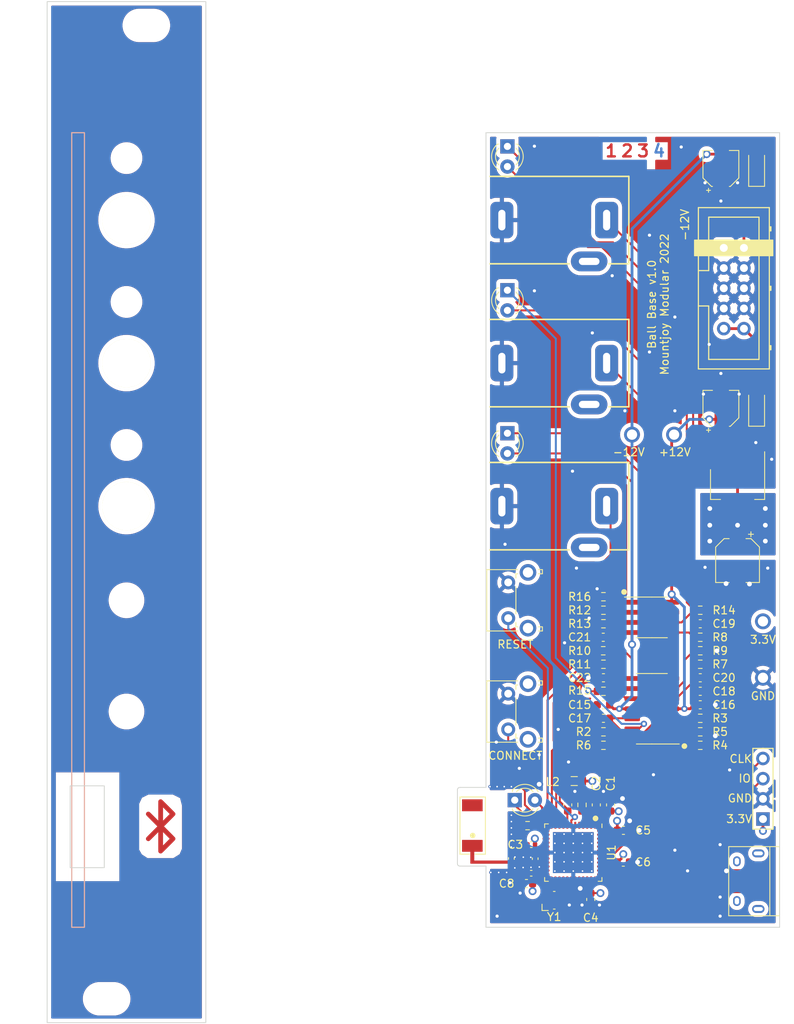
<source format=kicad_pcb>
(kicad_pcb (version 20211014) (generator pcbnew)
  (layers (0 "F.Cu" signal) (1 "In1.Cu" signal) (2 "In2.Cu" signal) (31 "B.Cu" signal) (34 "B.Paste" user) (35 "F.Paste" user) (36 "B.SilkS" user "B.Silkscreen") (37 "F.SilkS" user "F.Silkscreen") (38 "B.Mask" user) (39 "F.Mask" user) (44 "Edge.Cuts" user))
  (net 0 "")
  (net 1 "GND")
  (net 2 "Net-(C17-Pad2)")
  (net 3 "/X_Filtered")
  (net 4 "Net-(C18-Pad2)")
  (net 5 "+3.3VA")
  (net 6 "+3V3")
  (net 7 "Net-(AE1-Pad1)")
  (net 8 "Net-(C19-Pad2)")
  (net 9 "Net-(C20-Pad2)")
  (net 10 "/Y_Filtered")
  (net 11 "Net-(C21-Pad2)")
  (net 12 "/Z_Filtered")
  (net 13 "Net-(C22-Pad2)")
  (net 14 "Net-(D4-Pad2)")
  (net 15 "Net-(D4-Pad1)")
  (net 16 "-12V")
  (net 17 "+12V")
  (net 18 "/SWCLK")
  (net 19 "/SWIO")
  (net 22 "/USB_DP")
  (net 23 "/USB_DM")
  (net 28 "/X_PWM")
  (net 29 "Net-(D6-Pad2)")
  (net 30 "/BOOT0")
  (net 31 "/Y_PWM")
  (net 32 "/Z_PWM")
  (net 33 "Net-(R4-Pad1)")
  (net 34 "Net-(R8-Pad1)")
  (net 35 "/RESET")
  (net 40 "Net-(D3-Pad1)")
  (net 41 "Net-(R12-Pad1)")
  (net 48 "/RF_Output")
  (net 49 "Net-(U1-Pad24)")
  (net 50 "Net-(U1-Pad25)")
  (net 63 "VCC")
  (net 64 "VEE")
  (net 65 "Net-(D6-Pad1)")
  (net 67 "/LED_BLUE_OUT")
  (net 68 "Net-(D5-Pad1)")
  (net 69 "Net-(D5-Pad2)")
  (net 70 "/CONNECT")
  (footprint "Resistor_SMD:R_0603_1608Metric" (layer "F.Cu") (at 152.6 131.4 180)
    (fp_text reference "R5")
    (fp_text value "10k")
  )
  (footprint "Custom_Footprints:MountingHole_6.1mm" (layer "F.Cu") (at 80.3 85)
    (fp_text reference "Ref**" hide)
    (fp_text value "Thonkikonn_6.1mm")
  )
  (footprint "LED_THT:LED_D3.0mm_FlatTop" (layer "F.Cu") (at 128.3 75.825 -90)
    (fp_text reference "D5" hide)
    (fp_text value "LED_Y")
  )
  (footprint "Capacitor_SMD:C_0603_1608Metric" (layer "F.Cu") (at 130.7 150.5 180)
    (fp_text reference "C8")
    (fp_text value "100nF")
  )
  (footprint "Resistor_SMD:R_0603_1608Metric" (layer "F.Cu") (at 140.4 131.4)
    (fp_text reference "R2")
    (fp_text value "20k")
  )
  (footprint "LED_THT:LED_D3.0mm_FlatTop" (layer "F.Cu") (at 129.22375 140)
    (fp_text reference "D3" hide)
    (fp_text value "LED_BLUE")
  )
  (footprint "Crystal:Crystal_SMD_Abracon_ABM10-4Pin_2.5x2.0mm" (layer "F.Cu") (at 134.2 152.6 90)
    (fp_text reference "Y1")
    (fp_text value "32MHz")
  )
  (footprint "Capacitor_SMD:C_0603_1608Metric" (layer "F.Cu") (at 139.5 140.6 90)
    (fp_text reference "C2")
    (fp_text value "100nF")
  )
  (footprint "Capacitor_SMD:C_0603_1608Metric" (layer "F.Cu") (at 135.9 140.6 -90)
    (fp_text reference "C7" hide)
    (fp_text value "100nF")
  )
  (footprint "Custom_Footprints:1.3mm_Test_Point" (layer "F.Cu") (at 149.3 94)
    (fp_text reference "TP3" hide)
    (fp_text value "TestPoint")
  )
  (footprint "Capacitor_SMD:C_0603_1608Metric" (layer "F.Cu") (at 138.8 152.5 -90)
    (fp_text reference "C4")
    (fp_text value "100nF")
  )
  (footprint "LED_THT:LED_D3.0mm_FlatTop" (layer "F.Cu") (at 128.3 57.725 -90)
    (fp_text reference "D4" hide)
    (fp_text value "LED_X")
  )
  (footprint "Resistor_SMD:R_0603_1608Metric" (layer "F.Cu") (at 152.6 133.1 180)
    (fp_text reference "R4")
    (fp_text value "5k1")
  )
  (footprint "LED_THT:LED_D3.0mm_FlatTop" (layer "F.Cu") (at 128.3 93.825 -90)
    (fp_text reference "D6" hide)
    (fp_text value "LED_Z")
  )
  (footprint "Custom_Footprints:Oval_Mounting_Hole" (layer "F.Cu") (at 77.8 165)
    (fp_text reference "Ref**" hide)
    (fp_text value "Oval_Mounting_Hole" hide)
  )
  (footprint "Resistor_SMD:R_0603_1608Metric" (layer "F.Cu") (at 140.4 116.1)
    (fp_text reference "R12")
    (fp_text value "5k1")
  )
  (footprint "Custom_Footprints:1.3mm_Test_Point" (layer "F.Cu") (at 160.5 117.5 90)
    (fp_text reference "TP2" hide)
    (fp_text value "TestPoint")
  )
  (footprint "Custom_Footprints:SWD_header" (layer "F.Cu") (at 160.5 142.38 90)
    (fp_text reference "J2" hide)
    (fp_text value "SWD_Header")
  )
  (footprint "Custom_Footprints:LED_Hole_3mm" (layer "F.Cu") (at 80.3 95.3)
    (fp_text reference "Ref**" hide)
    (fp_text value "LED_Hole_3mm" hide)
  )
  (footprint "Diode_SMD:D_SOD-123" (layer "F.Cu") (at 159.7 90.6875 90)
    (fp_text reference "D1" hide)
    (fp_text value "1N5819")
  )
  (footprint "Custom_Footprints:USB_Micro-B_Amphenol" (layer "F.Cu") (at 158.565 150.2 90)
    (fp_text reference "J3" hide)
    (fp_text value "USB_B_Micro")
  )
  (footprint "Capacitor_SMD:CP_Elec_4x5.4" (layer "F.Cu") (at 155.2 60.5 90)
    (fp_text reference "C11" hide)
    (fp_text value "22uF")
  )
  (footprint "Custom_Footprints:bluetooth" (layer "F.Cu") (at 84.6 143.3)
    (fp_text reference "G***" hide)
    (fp_text value "LOGO" hide)
  )
  (footprint "Capacitor_SMD:C_0603_1608Metric" (layer "F.Cu") (at 142.9 147.8)
    (fp_text reference "C6")
    (fp_text value "100nF")
  )
  (footprint "Resistor_SMD:R_0603_1608Metric" (layer "F.Cu") (at 140.4 114.4)
    (fp_text reference "R16")
    (fp_text value "1k")
  )
  (footprint "Capacitor_SMD:C_0603_1608Metric" (layer "F.Cu") (at 141.3 140.6 90)
    (fp_text reference "C1")
    (fp_text value "4.7uF")
  )
  (footprint "Custom_Footprints:MountingHole_6.1mm" (layer "F.Cu") (at 80.3 103)
    (fp_text reference "Ref**" hide)
    (fp_text value "Thonkikonn_6.1mm")
  )
  (footprint "Capacitor_SMD:CP_Elec_5x5.8" (layer "F.Cu") (at 157.3 109.85 -90)
    (fp_text reference "C14" hide)
    (fp_text value "47uF")
  )
  (footprint "Capacitor_SMD:C_0402_1005Metric" (layer "F.Cu") (at 131.8 147.37 90)
    (fp_text reference "C12" hide)
    (fp_text value "0.8pF")
  )
  (footprint "Custom_Footprints:4_Layer_Markers" (layer "F.Cu") (at 144.4 58.3)
    (fp_text reference "FID1" hide)
    (fp_text value "4 Layer Marker")
  )
  (footprint "Custom_Footprints:Jack_3.5mm_QingPu_WQP-PJ302M_Horizontal" (layer "F.Cu") (at 125.6 85 -90)
    (fp_text reference "J5" hide)
    (fp_text value "Y_Out")
  )
  (footprint "Custom_Footprints:1.3mm_Test_Point" (layer "F.Cu") (at 160.5 124.6 90)
    (fp_text reference "TP1" hide)
    (fp_text value "TestPoint")
  )
  (footprint "Capacitor_SMD:C_0603_1608Metric" (layer "F.Cu") (at 140.375 119.5)
    (fp_text reference "C21")
    (fp_text value "22nF")
  )
  (footprint "Capacitor_SMD:C_0603_1608Metric" (layer "F.Cu") (at 142.91875 143.8)
    (fp_text reference "C5")
    (fp_text value "100nF")
  )
  (footprint "Resistor_SMD:R_0603_1608Metric" (layer "F.Cu") (at 130.83875 143.21)
    (fp_text reference "R17" hide)
    (fp_text value "1k")
  )
  (footprint "Custom_Footprints:LED_Hole_3mm" (layer "F.Cu") (at 80.3 59.2)
    (fp_text reference "Ref**" hide)
    (fp_text value "LED_Hole_3mm" hide)
  )
  (footprint "Resistor_SMD:R_0603_1608Metric" (layer "F.Cu") (at 140.4 133.1)
    (fp_text reference "R6")
    (fp_text value "20k")
  )
  (footprint "Custom_Footprints:Jack_3.5mm_QingPu_WQP-PJ302M_Horizontal" (layer "F.Cu") (at 125.6 103 -90)
    (fp_text reference "J6" hide)
    (fp_text value "Z_Out")
  )
  (footprint "Resistor_SMD:R_0603_1608Metric" (layer "F.Cu") (at 152.6 129.7 180)
    (fp_text reference "R3")
    (fp_text value "20k")
  )
  (footprint "Resistor_SMD:R_0603_1608Metric" (layer "F.Cu") (at 140.4 126.3 180)
    (fp_text reference "R15")
    (fp_text value "1k")
  )
  (footprint "Package_DFN_QFN:QFN-48-1EP_7x7mm_P0.5mm_EP5.15x5.15mm_ThermalVias" (layer "F.Cu") (at 136.6 146.6 -90)
    (fp_text reference "U1")
    (fp_text value "STM32WB35")
  )
  (footprint "Button_Switch_THT:SW_Tactile_SPST_Angled_PTS645Vx58-2LFS" (layer "F.Cu") (at 128.4 131.1 90)
    (fp_text reference "CONNECT1" hide)
    (fp_text value "SW_Push")
  )
  (footprint "Diode_SMD:D_SOD-123" (layer "F.Cu") (at 159.7 60.5 90)
    (fp_text reference "D2" hide)
    (fp_text value "1N5819")
  )
  (footprint "Resistor_SMD:R_0603_1608Metric" (layer "F.Cu") (at 152.6 116.1 180)
    (fp_text reference "R14")
    (fp_text value "1k")
  )
  (footprint "Custom_Footprints:Small_Pushbutton_Hole_3.5mm" (layer "F.Cu") (at 80.3 128.85)
    (fp_text reference "Ref**" hide)
    (fp_text value "Push_Button_Hole" hide)
  )
  (footprint "Capacitor_SMD:C_0603_1608Metric" (layer "F.Cu") (at 152.6 117.8)
    (fp_text reference "C19")
    (fp_text value "22nF")
  )
  (footprint "Custom_Footprints:Small_Pushbutton_Hole_3.5mm" (layer "F.Cu") (at 80.3 114.85)
    (fp_text reference "Ref**" hide)
    (fp_text value "Push_Button_Hole" hide)
  )
  (footprint "Package_TO_SOT_SMD:SOT-223-3_TabPin2" (layer "F.Cu") (at 157.3 100.25 -90)
    (fp_text reference "U2" hide)
    (fp_text value "LD1117-3.3-4Tab")
  )
  (footprint "Resistor_SMD:R_0603_1608Metric" (layer "F.Cu") (at 140.375 121.2)
    (fp_text reference "R10")
    (fp_text value "20k")
  )
  (footprint "Capacitor_SMD:C_0603_1608Metric" (layer "F.Cu") (at 140.4 124.6)
    (fp_text reference "C22")
    (fp_text value "33nF")
  )
  (footprint "Resistor_SMD:R_0603_1608Metric" (layer "F.Cu") (at 137.7 140.6 -90)
    (fp_text reference "R1" hide)
    (fp_text value "100k")
  )
  (footprint "Capacitor_SMD:C_0603_1608Metric" (layer "F.Cu") (at 152.6 124.6 180)
    (fp_text reference "C20")
    (fp_text value "33nF")
  )
  (footprint "Resistor_SMD:R_0603_1608Metric" (layer "F.Cu") (at 152.6 121.2 180)
    (fp_text reference "R9")
    (fp_text value "10k")
  )
  (footprint "Custom_Footprints:Eurorack_10_pin_header" (layer "F.Cu") (at 155.5625 70.5 -90)
    (fp_text reference "J1" hide)
    (fp_text value "Eurorack_10_pin_power")
  )
  (footprint "Inductor_SMD:L_0402_1005Metric" (layer "F.Cu") (at 130.3 147.85 180)
    (fp_text reference "L1" hide)
    (fp_text value "2.7nH")
  )
  (footprint "Capacitor_SMD:C_0402_1005Metric" (layer "F.Cu") (at 131.3 149.2 180)
    (fp_text reference "C9" hide)
    (fp_text value "100pF")
  )
  (footprint "Package_SO:SOIC-8_3.9x4.9mm_P1.27mm" (layer "F.Cu") (at 146.5 117)
    (fp_text reference "U4" hide)
    (fp_text value "TL072")
  )
  (footprint "Resistor_SMD:R_0603_1608Metric" (layer "F.Cu") (at 140.4 122.9)
    (fp_text reference "R11")
    (fp_text value "20k")
  )
  (footprint "Custom_Footprints:Oval_Mounting_Hole" (layer "F.Cu") (at 82.8 42.5)
    (fp_text reference "Ref**" hide)
    (fp_text value "Oval_Mounting_Hole" hide)
  )
  (footprint "Capacitor_SMD:CP_Elec_4x5.4" (layer "F.Cu") (at 155.2 90.6875 90)
    (fp_text reference "C10" hide)
    (fp_text value "22uF")
  )
  (footprint "Button_Switch_THT:SW_Tactile_SPST_Angled_PTS645Vx58-2LFS" (layer "F.Cu") (at 128.4 117.1 90)
    (fp_text reference "RESET1" hide)
    (fp_text value "SW_Push")
  )
  (footprint "Custom_Footprints:1.3mm_Test_Point" (layer "F.Cu") (at 144 94)
    (fp_text reference "TP4" hide)
    (fp_text value "TestPoint")
  )
  (footprint "Capacitor_SMD:C_0603_1608Metric" (layer "F.Cu") (at 140.4 129.7 180)
    (fp_text reference "C17")
    (fp_text value "22nF")
  )
  (footprint "Capacitor_SMD:C_0603_1608Metric" (layer "F.Cu") (at 140.4 128)
    (fp_text reference "C15")
    (fp_text value "100nF")
  )
  (footprint "Inductor_SMD:L_0805_2012Metric" (layer "F.Cu") (at 136.71875 137.6)
    (fp_text reference "L2")
    (fp_text value "L")
  )
  (footprint "Resistor_SMD:R_0603_1608Metric" (layer "F.Cu") (at 152.6 119.5 180)
    (fp_text reference "R8")
    (fp_text value "5k1")
  )
  (footprint "Capacitor_SMD:C_0402_1005Metric" (layer "F.Cu") (at 131.3 145.6 180)
    (fp_text reference "C3")
    (fp_text value "100nF")
  )
  (footprint "Capacitor_SMD:C_0402_1005Metric" (layer "F.Cu") (at 128.8 147.34 90)
    (fp_text reference "C13" hide)
    (fp_text value "0.3pF")
  )
  (footprint "Custom_Footprints:MountingHole_6.1mm" (layer "F.Cu") (at 80.3 67)
    (fp_text reference "Ref**" hide)
    (fp_text value "Thonkikonn_6.1mm")
  )
  (footprint "Capacitor_SMD:C_0603_1608Metric" (layer "F.Cu") (at 152.6 128 180)
    (fp_text reference "C16")
    (fp_text value "100nF")
  )
  (footprint "Custom_Footprints:LED_Hole_3mm" (layer "F.Cu") (at 80.3 77.3)
    (fp_text reference "Ref**" hide)
    (fp_text value "LED_Hole_3mm" hide)
  )
  (footprint "Resistor_SMD:R_0603_1608Metric" (layer "F.Cu") (at 140.4 117.8)
    (fp_text reference "R13")
    (fp_text value "10k")
  )
  (footprint "Package_SO:SOIC-14_3.9x8.7mm_P1.27mm" (layer "F.Cu") (at 146.5 128.5 180)
    (fp_text reference "U3" hide)
    (fp_text value "TL074")
  )
  (footprint "Custom_Footprints:Jack_3.5mm_QingPu_WQP-PJ302M_Horizontal" (layer "F.Cu") (at 125.6 67 -90)
    (fp_text reference "J4" hide)
    (fp_text value "X_Out")
  )
  (footprint "Custom_Footprints:NN01_102" (layer "F.Cu") (at 128.425 147.8 90)
    (fp_text reference "AE1" hide)
    (fp_text value "Antenna_Shield")
  )
  (footprint "Resistor_SMD:R_0603_1608Metric" (layer "F.Cu") (at 152.6 122.9 180)
    (fp_text reference "R7")
    (fp_text value "20k")
  )
  (footprint "Capacitor_SMD:C_0603_1608Metric" (layer "F.Cu") (at 152.6 126.3 180)
    (fp_text reference "C18")
    (fp_text value "33nF")
  )
  (gr_rect (start 75 56) (end 73.4 156) (layer "B.SilkS") (width 0.15) (fill none))
  (gr_circle (center 139.4 142.3) (end 139.682843 142.3) (layer "F.SilkS") (width 0.15) (fill solid))
  (gr_circle (center 143 113.8) (end 143.282843 113.8) (layer "F.SilkS") (width 0.15) (fill solid))
  (gr_circle (center 150.6 133.2) (end 150.882843 133.2) (layer "F.SilkS") (width 0.15) (fill solid))
  (gr_rect (start 70.3 39.5) (end 90.3 168) (layer "Edge.Cuts") (width 0.1) (fill none))
  (gr_line (start 162.6 56) (end 162.6 156) (layer "Edge.Cuts") (width 0.1))
  (gr_line (start 125.6 156) (end 162.6 156) (layer "Edge.Cuts") (width 0.1))
  (gr_line (start 122.3 148.3) (end 125.6 148.3) (layer "Edge.Cuts") (width 0.1))
  (gr_line (start 125.6 56) (end 162.6 56) (layer "Edge.Cuts") (width 0.1))
  (gr_line (start 125.6 56) (end 125.6 138.4) (layer "Edge.Cuts") (width 0.1))
  (gr_line (start 125.6 138.4) (end 122.3 138.4) (layer "Edge.Cuts") (width 0.1))
  (gr_line (start 122 138.7) (end 122 148) (layer "Edge.Cuts") (width 0.1))
  (gr_line (start 125.6 156) (end 125.6 148.3) (layer "Edge.Cuts") (width 0.1))
  (gr_arc (start 122.3 148.3) (mid 122.087868 148.212132) (end 122 148) (layer "Edge.Cuts") (width 0.1))
  (gr_arc (start 122 138.7) (mid 122.087868 138.487868) (end 122.3 138.4) (layer "Edge.Cuts") (width 0.1))
  (gr_rect (start 73.2 148.5) (end 77.5 138.2) (layer "Edge.Cuts") (width 0.1) (fill none))
  (gr_text "3.3V" (at 160.5 119.8) (layer "F.SilkS") (effects (font (size 1 1))))
  (gr_text "Ball Base v1.0\nMountjoy Modular 2022" (at 147.3 77.6 90) (layer "F.SilkS") (effects (font (size 1 1))))
  (gr_text "GND" (at 160.5 126.9) (layer "F.SilkS") (effects (font (size 1 1))))
  (gr_text "+12V" (at 149.4 96.2) (layer "F.SilkS") (effects (font (size 1 1))))
  (gr_text "-12V" (at 143.6 96.2) (layer "F.SilkS") (effects (font (size 1 1))))
  (gr_text "RESET" (at 129.3 120.4) (layer "F.SilkS") (effects (font (size 1 1))))
  (gr_text "CONNECT" (at 129.3 134.4) (layer "F.SilkS") (effects (font (size 1 1))))
  (segment (start 133.59375 151.975) (end 134.84375 153.225) (width 0.25) (layer "F.Cu") (net 1))
  (segment (start 136.8 138.925) (end 135.9 139.825) (width 0.35) (layer "F.Cu") (net 1))
  (segment (start 138.7 117.1) (end 138.6 117.1) (width 0.35) (layer "F.Cu") (net 1))
  (segment (start 141.225 126.2) (end 139.625 124.6) (width 0.35) (layer "F.Cu") (net 1))
  (segment (start 132.379674 148.35) (end 132.319174 148.4105) (width 0.2) (layer "F.Cu") (net 1))
  (segment (start 134.84375 153.225) (end 135.025 153.225) (width 0.35) (layer "F.Cu") (net 1))
  (segment (start 137.35 150.984924) (end 137.470517 151.105441) (width 0.35) (layer "F.Cu") (net 1))
  (segment (start 136.8 138.9) (end 136.8 138.925) (width 0.35) (layer "F.Cu") (net 1))
  (segment (start 154 131.4) (end 154.5 131.9) (width 0.35) (layer "F.Cu") (net 1))
  (segment (start 158.75 112.75) (end 155.85 112.75) (width 0.35) (layer "F.Cu") (net 1))
  (segment (start 136.8 138.9) (end 136.825 138.9) (width 0.35) (layer "F.Cu") (net 1))
  (segment (start 158.8 112.8) (end 158.75 112.75) (width 0.35) (layer "F.Cu") (net 1))
  (segment (start 133.375 151.975) (end 133.59375 151.975) (width 0.35) (layer "F.Cu") (net 1))
  (segment (start 157.215 148.9) (end 155.9 148.9) (width 0.35) (layer "F.Cu") (net 1))
  (segment (start 139.4 117.8) (end 138.7 117.1) (width 0.35) (layer "F.Cu") (net 1))
  (segment (start 136.825 138.9) (end 137.7 139.775) (width 0.35) (layer "F.Cu") (net 1))
  (segment (start 140.4 138.925) (end 141.3 139.825) (width 0.35) (layer "F.Cu") (net 1))
  (segment (start 143.675 147.8) (end 144.7 147.8) (width 0.35) (layer "F.Cu") (net 1))
  (segment (start 141.225 126.3) (end 141.225 126.2) (width 0.35) (layer "F.Cu") (net 1))
  (segment (start 137.35 150.0375) (end 137.35 150.984924) (width 0.25) (layer "F.Cu") (net 1))
  (segment (start 140.4 138.9) (end 140.4 138.925) (width 0.35) (layer "F.Cu") (net 1))
  (segment (start 153.425 131.4) (end 154 131.4) (width 0.35) (layer "F.Cu") (net 1))
  (segment (start 140.4 138.925) (end 139.5 139.825) (width 0.35) (layer "F.Cu") (net 1))
  (segment (start 139.625 124.6) (end 138.5 124.6) (width 0.35) (layer "F.Cu") (net 1))
  (segment (start 133.1625 148.35) (end 132.379674 148.35) (width 0.2) (layer "F.Cu") (net 1))
  (segment (start 139.575 117.8) (end 139.4 117.8) (width 0.35) (layer "F.Cu") (net 1))
  (via (at 149.4 146.3) (size 0.8) (drill 0.4) (layers "F.Cu" "B.Cu") (net 1))
  (via (at 155.1 145.6) (size 0.8) (drill 0.4) (layers "F.Cu" "B.Cu") (net 1))
  (via (at 136 135.2) (size 0.8) (drill 0.4) (layers "F.Cu" "B.Cu") (net 1))
  (via (at 153 88.9) (size 0.8) (drill 0.4) (layers "F.Cu" "B.Cu") (net 1))
  (via (at 143.7 142.6) (size 1) (drill 0.6) (layers "F.Cu" "B.Cu") (net 1))
  (via (at 154.7 121.2) (size 1) (drill 0.6) (layers "F.Cu" "B.Cu") (net 1))
  (via (at 134.7 131.1) (size 0.8) (drill 0.4) (layers "F.Cu" "B.Cu") (net 1))
  (via (at 127.2 149.1) (size 0.4) (drill 0.2) (layers "F.Cu" "B.Cu") (net 1))
  (via (at 159.6 95) (size 0.8) (drill 0.4) (layers "F.Cu" "B.Cu") (net 1))
  (via (at 132.319174 148.4105) (size 0.4) (drill 0.2) (layers "F.Cu" "B.Cu") (net 1))
  (via (at 128.8 145.1) (size 0.4) (drill 0.2) (layers "F.Cu" "B.Cu") (net 1))
  (via (at 129.8 136) (size 0.8) (drill 0.4) (layers "F.Cu" "B.Cu") (net 1))
  (via (at 139.9 153.2) (size 0.8) (drill 0.4) (layers "F.Cu" "B.Cu") (net 1))
  (via (at 146.2 83.6) (size 0.8) (drill 0.4) (layers "F.Cu" "B.Cu") (net 1))
  (via (at 128.8 145.9) (size 0.4) (drill 0.2) (layers "F.Cu" "B.Cu") (net 1))
  (via (at 149.4 79.2) (size 0.8) (drill 0.4) (layers "F.Cu" "B.Cu") (net 1))
  (via (at 146.7 136.8) (size 0.8) (drill 0.4) (layers "F.Cu" "B.Cu") (net 1))
  (via (at 155.85 112.75) (size 1) (drill 0.6) (layers "F.Cu" "B.Cu") (net 1))
  (via (at 136.8 138.9) (size 0.8) (drill 0.4) (layers "F.Cu" "B.Cu") (net 1))
  (via (at 156.3 136.2) (size 0.8) (drill 0.4) (layers "F.Cu" "B.Cu") (net 1))
  (via (at 128.8 138.3) (size 0.4) (drill 0.2) (layers "F.Cu" "B.Cu") (net 1))
  (via (at 158.8 112.8) (size 1) (drill 0.6) (layers "F.Cu" "B.Cu") (net 1))
  (via (at 136.1 153.2) (size 0.8) (drill 0.4) (layers "F.Cu" "B.Cu") (net 1))
  (via (at 154.5 131.9) (size 1) (drill 0.6) (layers "F.Cu" "B.Cu") (net 1))
  (via (at 136.5 98.6) (size 0.8) (drill 0.4) (layers "F.Cu" "B.Cu") (net 1))
  (via (at 130.3 147.18) (size 0.4) (drill 0.2) (layers "F.Cu" "B.Cu") (net 1))
  (via (at 161.1 110.8) (size 0.8) (drill 0.4) (layers "F.Cu" "B.Cu") (net 1))
  (via (at 132.3 138) (size 1) (drill 0.6) (layers "F.Cu" "B.Cu") (net 1))
  (via (at 154.5 128) (size 1) (drill 0.6) (layers "F.Cu" "B.Cu") (net 1))
  (via (at 128.8 143.5) (size 0.4) (drill 0.2) (layers "F.Cu" "B.Cu") (net 1))
  (via (at 151 148.9) (size 0.8) (drill 0.4) (layers "F.Cu" "B.Cu") (net 1))
  (via (at 132.3 134.3) (size 0.8) (drill 0.4) (layers "F.Cu" "B.Cu") (net 1))
  (via (at 130.28 148.48) (size 0.4) (drill 0.2) (layers "F.Cu" "B.Cu") (net 1))
  (via (at 141.5 74) (size 0.8) (drill 0.4) (layers "F.Cu" "B.Cu") (net 1))
  (via (at 149.4 91) (size 0.8) (drill 0.4) (layers "F.Cu" "B.Cu") (net 1))
  (via (at 142.8 139.8) (size 1) (drill 0.6) (layers "F.Cu" "B.Cu") (net 1))
  (via (at 138.6 117.1) (size 0.8) (drill 0.4) (layers "F.Cu" "B.Cu") (net 1))
  (via (at 155.1 152.2) (size 0.8) (drill 0.4) (layers "F.Cu" "B.Cu") (net 1))
  (via (at 143.1 91) (size 0.8) (drill 0.4) (layers "F.Cu" "B.Cu") (net 1))
  (via (at 144.9 143.8) (size 1) (drill 0.6) (layers "F.Cu" "B.Cu") (net 1))
  (via (at 131.7 75.9) (size 0.8) (drill 0.4) (layers "F.Cu" "B.Cu") (net 1))
  (via (at 126.1 138.3) (size 0.4) (drill 0.2) (layers "F.Cu" "B.Cu") (net 1))
  (via (at 131.24 147.2) (size 0.4) (drill 0.2) (layers "F.Cu" "B.Cu") (net 1))
  (via (at 126.2 149.1) (size 0.4) (drill 0.2) (layers "F.Cu" "B.Cu") (net 1))
  (via (at 137.7 153.2) (size 0.8) (drill 0.4) (layers "F.Cu" "B.Cu") (net 1))
  (via (at 144.7 147.8) (size 1) (drill 0.6) (layers "F.Cu" "B.Cu") (net 1))
  (via (at 128.8 142.7) (size 0.4) (drill 0.2) (layers "F.Cu" "B.Cu") (net 1))
  (via (at 127.9 138.3) (size 0.4) (drill 0.2) (layers "F.Cu" "B.Cu") (net 1))
  (via (at 153.2 110.7) (size 0.8) (drill 0.4) (layers "F.Cu" "B.Cu") (net 1))
  (via (at 157.5 88.9) (size 0.8) (drill 0.4) (layers "F.Cu" "B.Cu") (net 1))
  (via (at 131.7 57.7) (size 0.8) (drill 0.4) (layers "F.Cu" "B.Cu") (net 1))
  (via (at 139.6 113.4) (size 0.8) (drill 0.4) (layers "F.Cu" "B.Cu") (net 1))
  (via (at 161.6 97.1) (size 0.8) (drill 0.4) (layers "F.Cu" "B.Cu") (net 1))
  (via (at 127 138.3) (size 0.4) (drill 0.2) (layers "F.Cu" "B.Cu") (net 1))
  (via (at 131.27 148.46) (size 0.4) (drill 0.2) (layers "F.Cu" "B.Cu") (net 1))
  (via (at 157.3 62.3) (size 0.8) (drill 0.4) (layers "F.Cu" "B.Cu") (net 1))
  (via (at 155.2 86.3) (size 0.8) (drill 0.4) (layers "F.Cu" "B.Cu") (net 1))
  (via (at 128.2 149.1) (size 0.4) (drill 0.2) (layers "F.Cu" "B.Cu") (net 1))
  (via (at 137.470517 151.105441) (size 1) (drill 0.6) (layers "F.Cu" "B.Cu") (net 1))
  (via (at 140.4 138.9) (size 0.8) (drill 0.4) (layers "F.Cu" "B.Cu") (net 1))
  (via (at 135.5 120.2) (size 0.8) (drill 0.4) (layers "F.Cu" "B.Cu") (net 1))
  (via (at 129.23 148.53) (size 0.4) (drill 0.2) (layers "F.Cu" "B.Cu") (net 1))
  (via (at 155.2 64.6) (size 0.8) (drill 0.4) (layers "F.Cu" "B.Cu") (net 1))
  (via (at 127 154.6) (size 0.8) (drill 0.4) (layers "F.Cu" "B.Cu") (net 1))
  (via (at 146.2 68.9) (size 0.8) (drill 0.4) (layers "F.Cu" "B.Cu") (net 1))
  (via (at 139 81.2) (size 0.8) (drill 0.4) (layers "F.Cu" "B.Cu") (net 1))
  (via (at 138.5 124.6) (size 1) (drill 0.6) (layers "F.Cu" "B.Cu") (net 1))
  (via (at 128 107.8) (size 0.8) (drill 0.4) (layers "F.Cu" "B.Cu") (net 1))
  (via (at 155.9 148.9) (size 1) (drill 0.6) (layers "F.Cu" "B.Cu") (net 1))
  (via (at 126.9 132.7) (size 0.8) (drill 0.4) (layers "F.Cu" "B.Cu") (net 1))
  (via (at 129.9 151.7) (size 0.8) (drill 0.4) (layers "F.Cu" "B.Cu") (net 1))
  (via (at 153.7245 82.643152) (size 0.8) (drill 0.4) (layers "F.Cu" "B.Cu") (net 1))
  (via (at 150.2 57.8) (size 0.8) (drill 0.4) (layers "F.Cu" "B.Cu") (net 1))
  (via (at 129.25 147.16) (size 0.4) (drill 0.2) (layers "F.Cu" "B.Cu") (net 1))
  (via (at 153.2 62.3) (size 0.8) (drill 0.4) (layers "F.Cu" "B.Cu") (net 1))
  (via (at 155.1 154.6) (size 0.8) (drill 0.4) (layers "F.Cu" "B.Cu") (net 1))
  (via (at 137 110.8) (size 0.8) (drill 0.4) (layers "F.Cu" "B.Cu") (net 1))
  (via (at 128.8 141.9) (size 0.4) (drill 0.2) (layers "F.Cu" "B.Cu") (net 1))
  (via (at 128.6 150.4) (size 0.8) (drill 0.4) (layers "F.Cu" "B.Cu") (net 1))
  (via (at 128.8 144.3) (size 0.4) (drill 0.2) (layers "F.Cu" "B.Cu") (net 1))
  (segment (start 141.225 131.4) (end 141.225 131.3) (width 0.25) (layer "F.Cu") (net 2))
  (segment (start 142.1 133.3) (end 142.1 132.275) (width 0.25) (layer "F.Cu") (net 2))
  (segment (start 155.324501 130.924501) (end 155.324501 133.375499) (width 0.25) (layer "F.Cu") (net 2))
  (segment (start 143.4 134.6) (end 142.1 133.3) (width 0.25) (layer "F.Cu") (net 2))
  (segment (start 154.1 134.6) (end 143.4 134.6) (width 0.25) (layer "F.Cu") (net 2))
  (segment (start 153.425 129.7) (end 154.1 129.7) (width 0.25) (layer "F.Cu") (net 2))
  (segment (start 141.225 131.3) (end 139.625 129.7) (width 0.25) (layer "F.Cu") (net 2))
  (segment (start 154.1 129.7) (end 155.324501 130.924501) (width 0.25) (layer "F.Cu") (net 2))
  (segment (start 142.1 132.275) (end 141.225 131.4) (width 0.25) (layer "F.Cu") (net 2))
  (segment (start 155.324501 133.375499) (end 154.1 134.6) (width 0.25) (layer "F.Cu") (net 2))
  (segment (start 151.7 77.9) (end 140.8 67) (width 0.25) (layer "F.Cu") (net 3))
  (segment (start 152.6 117.025) (end 152.6 115.5) (width 0.25) (layer "F.Cu") (net 3))
  (segment (start 148.975 124.69) (end 148.975 118.905) (width 0.25) (layer "F.Cu") (net 3))
  (segment (start 151.825 117.8) (end 152.6 117.025) (width 0.25) (layer "F.Cu") (net 3))
  (segment (start 148.975 118.905) (end 151.18 118.905) (width 0.25) (layer "F.Cu") (net 3))
  (segment (start 151.18 118.905) (end 151.775 119.5) (width 0.25) (layer "F.Cu") (net 3))
  (segment (start 151.775 119.5) (end 151.775 117.85) (width 0.25) (layer "F.Cu") (net 3))
  (segment (start 151.7 114.6) (end 151.7 77.9) (width 0.25) (layer "F.Cu") (net 3))
  (segment (start 152.6 115.5) (end 151.7 114.6) (width 0.25) (layer "F.Cu") (net 3))
  (segment (start 151.775 117.85) (end 151.825 117.8) (width 0.25) (layer "F.Cu") (net 3))
  (segment (start 152.60048 128.87452) (end 152.60048 127.07452) (width 0.25) (layer "F.Cu") (net 4))
  (segment (start 151.775 129.7) (end 151.705 129.77) (width 0.25) (layer "F.Cu") (net 4))
  (segment (start 151.705 129.77) (end 148.975 129.77) (width 0.25) (layer "F.Cu") (net 4))
  (segment (start 151.775 129.7) (end 152.60048 128.87452) (width 0.25) (layer "F.Cu") (net 4))
  (segment (start 152.60048 127.07452) (end 152.59952 127.07452) (width 0.25) (layer "F.Cu") (net 4))
  (segment (start 152.59952 127.07452) (end 151.825 126.3) (width 0.25) (layer "F.Cu") (net 4))
  (segment (start 135.85 141.425) (end 135.9 141.375) (width 0.25) (layer "F.Cu") (net 5))
  (segment (start 135.85 143.1625) (end 135.85 141.425) (width 0.25) (layer "F.Cu") (net 5))
  (segment (start 134.9 138.35625) (end 135.65625 137.6) (width 0.25) (layer "F.Cu") (net 5))
  (segment (start 135.9 141.164296) (end 134.9 140.164296) (width 0.25) (layer "F.Cu") (net 5))
  (segment (start 134.9 140.164296) (end 134.9 138.35625) (width 0.25) (layer "F.Cu") (net 5))
  (segment (start 135.9 141.375) (end 135.9 141.164296) (width 0.25) (layer "F.Cu") (net 5))
  (segment (start 140.01875 151.7) (end 138.825 151.7) (width 0.25) (layer "F.Cu") (net 6))
  (segment (start 133.1625 148.85) (end 132.713027 148.85) (width 0.2) (layer "F.Cu") (net 6))
  (segment (start 132.713027 148.85) (end 132.363027 149.2) (width 0.2) (layer "F.Cu") (net 6))
  (segment (start 160.5 142.38) (end 160.5 143.87) (width 0.35) (layer "F.Cu") (net 6))
  (segment (start 139.35 143.1625) (end 139.35 141.525) (width 0.25) (layer "F.Cu") (net 6))
  (segment (start 136.646016 151.446962) (end 137.191428 151.992374) (width 0.25) (layer "F.Cu") (net 6))
  (segment (start 138.85 150.0375) (end 138.85 151.675) (width 0.25) (layer "F.Cu") (net 6))
  (segment (start 142.9 147.1) (end 142.9 146.8) (width 0.35) (layer "F.Cu") (net 6))
  (segment (start 131.475 149.505) (end 131.78 149.2) (width 0.35) (layer "F.Cu") (net 6))
  (segment (start 132.42548 147.062453) (end 132.42548 146.34548) (width 0.2) (layer "F.Cu") (net 6))
  (segment (start 137.191428 151.992374) (end 138.532626 151.992374) (width 0.25) (layer "F.Cu") (net 6))
  (segment (start 132.42548 146.34548) (end 131.88 145.8) (width 0.2) (layer "F.Cu") (net 6))
  (segment (start 140.0375 147.85) (end 142.15 147.85) (width 0.25) (layer "F.Cu") (net 6))
  (segment (start 142.29375 141.375) (end 142.31875 141.4) (width 0.35) (layer "F.Cu") (net 6))
  (segment (start 140.0375 143.85) (end 142.09375 143.85) (width 0.25) (layer "F.Cu") (net 6))
  (segment (start 136.85 150.0375) (end 136.85 150.559936) (width 0.25) (layer "F.Cu") (net 6))
  (segment (start 142.15 147.85) (end 142.2 147.8) (width 0.25) (layer "F.Cu") (net 6))
  (segment (start 157.3 104.3) (end 157.3 98) (width 0.35) (layer "F.Cu") (net 6))
  (segment (start 138.532626 151.992374) (end 138.8 151.725) (width 0.25) (layer "F.Cu") (net 6))
  (segment (start 137.85 150.0375) (end 138.85 150.0375) (width 0.25) (layer "F.Cu") (net 6))
  (segment (start 131.78 144.86) (end 131.76 144.84) (width 0.35) (layer "F.Cu") (net 6))
  (segment (start 136.85 150.559936) (end 136.646016 150.76392) (width 0.25) (layer "F.Cu") (net 6))
  (segment (start 131.475 150.5) (end 131.475 151.455) (width 0.35) (layer "F.Cu") (net 6))
  (segment (start 139.5 141.375) (end 141.3 141.375) (width 0.25) (layer "F.Cu") (net 6))
  (segment (start 139.35 141.525) (end 139.5 141.375) (width 0.25) (layer "F.Cu") (net 6))
  (segment (start 133.1625 147.35) (end 132.713027 147.35) (width 0.2) (layer "F.Cu") (net 6))
  (segment (start 137.78125 137.6) (end 139.01875 137.6) (width 0.35) (layer "F.Cu") (net 6))
  (segment (start 157.3 103.3) (end 157.3 105.55) (width 0.35) (layer "F.Cu") (net 6))
  (segment (start 142.09375 143.85) (end 142.14375 143.8) (width 0.25) (layer "F.Cu") (net 6))
  (segment (start 142.14375 142.625) (end 142.11875 142.6) (width 0.35) (layer "F.Cu") (net 6))
  (segment (start 138.8 151.725) (end 138.85 151.675) (width 0.25) (layer "F.Cu") (net 6))
  (segment (start 131.475 150.5) (end 131.475 149.505) (width 0.35) (layer "F.Cu") (net 6))
  (segment (start 142.14375 143.8) (end 142.14375 142.625) (width 0.35) (layer "F.Cu") (net 6))
  (segment (start 142.2 147.8) (end 142.9 147.1) (width 0.35) (layer "F.Cu") (net 6))
  (segment (start 131.475 151.455) (end 131.47 151.46) (width 0.35) (layer "F.Cu") (net 6))
  (segment (start 141.3 141.375) (end 142.29375 141.375) (width 0.35) (layer "F.Cu") (net 6))
  (segment (start 157.3 107.65) (end 157.3 105.55) (width 0.35) (layer "F.Cu") (net 6))
  (segment (start 132.713027 147.35) (end 132.42548 147.062453) (width 0.2) (layer "F.Cu") (net 6))
  (segment (start 131.78 145.6) (end 131.78 144.86) (width 0.35) (layer "F.Cu") (net 6))
  (segment (start 132.363027 149.2) (end 131.78 149.2) (width 0.2) (layer "F.Cu") (net 6))
  (segment (start 136.646016 150.76392) (end 136.646016 151.446962) (width 0.25) (layer "F.Cu") (net 6))
  (via (at 153.8 105.4) (size 1) (drill 0.6) (layers "F.Cu" "B.Cu") (net 6))
  (via (at 140.01875 151.7) (size 1) (drill 0.6) (layers "F.Cu" "B.Cu") (net 6))
  (via (at 142.11875 142.6) (size 1) (drill 0.6) (layers "F.Cu" "B.Cu") (net 6))
  (via (at 131.76 144.84) (size 1) (drill 0.6) (layers "F.Cu" "B.Cu") (net 6))
  (via (at 157.3 105.4) (size 1) (drill 0.6) (layers "F.Cu" "B.Cu") (net 6))
  (via (at 160.8 103.3) (size 1) (drill 0.6) (layers "F.Cu" "B.Cu") (net 6))
  (via (at 142.31875 141.4) (size 1) (drill 0.6) (layers "F.Cu" "B.Cu") (net 6))
  (via (at 160.5 143.87) (size 1) (drill 0.6) (layers "F.Cu" "B.Cu") (net 6))
  (via (at 153.8 107.4) (size 1) (drill 0.6) (layers "F.Cu" "B.Cu") (net 6))
  (via (at 139 137.6) (size 1) (drill 0.6) (layers "F.Cu" "B.Cu") (net 6))
  (via (at 131.47 151.46) (size 1) (drill 0.6) (layers "F.Cu" "B.Cu") (net 6))
  (via (at 160.8 107.4) (size 1) (drill 0.6) (layers "F.Cu" "B.Cu") (net 6))
  (via (at 153.8 103.3) (size 1) (drill 0.6) (layers "F.Cu" "B.Cu") (net 6))
  (via (at 142.9 146.8) (size 1) (drill 0.6) (layers "F.Cu" "B.Cu") (net 6))
  (via (at 160.8 105.4) (size 1) (drill 0.6) (layers "F.Cu" "B.Cu") (net 6))
  (segment (start 129.815 147.8) (end 128.83552 147.8) (width 0.322) (layer "F.Cu") (net 7))
  (segment (start 153.375 117.8) (end 155.9 120.325) (width 0.25) (layer "F.Cu") (net 8))
  (segment (start 155.9 134) (end 155.9 120.325) (width 0.25) (layer "F.Cu") (net 8))
  (segment (start 141.225 133.1) (end 141.225 133.225) (width 0.25) (layer "F.Cu") (net 8))
  (segment (start 154.4 135.5) (end 155.9 134) (width 0.25) (layer "F.Cu") (net 8))
  (segment (start 143.5 135.5) (end 154.4 135.5) (width 0.25) (layer "F.Cu") (net 8))
  (segment (start 155.9 122.9) (end 153.425 122.9) (width 0.25) (layer "F.Cu") (net 8))
  (segment (start 141.225 133.225) (end 143.5 135.5) (width 0.25) (layer "F.Cu") (net 8))
  (segment (start 151.825 124.975) (end 151.825 124.6) (width 0.25) (layer "F.Cu") (net 9))
  (segment (start 151.775 124.925) (end 151.775 123.1) (width 0.25) (layer "F.Cu") (net 9))
  (segment (start 148.975 127.23) (end 149.57 127.23) (width 0.25) (layer "F.Cu") (net 9))
  (segment (start 149.57 127.23) (end 151.825 124.975) (width 0.25) (layer "F.Cu") (net 9))
  (segment (start 142.6 133) (end 142.6 131.2) (width 0.25) (layer "F.Cu") (net 10))
  (segment (start 144.025 129.77) (end 143.955 129.7) (width 0.25) (layer "F.Cu") (net 10))
  (segment (start 141.175 129.775) (end 141.175 129.7) (width 0.25) (layer "F.Cu") (net 10))
  (segment (start 146.1 90.3) (end 140.8 85) (width 0.25) (layer "F.Cu") (net 10))
  (segment (start 146.1 128.4) (end 146.1 90.3) (width 0.25) (layer "F.Cu") (net 10))
  (segment (start 148.29 132.31) (end 146.9 133.7) (width 0.25) (layer "F.Cu") (net 10))
  (segment (start 143.955 129.7) (end 141.175 129.7) (width 0.25) (layer "F.Cu") (net 10))
  (segment (start 143.3 133.7) (end 142.6 133) (width 0.25) (layer "F.Cu") (net 10))
  (segment (start 151.775 133.1) (end 150.985 132.31) (width 0.25) (layer "F.Cu") (net 10))
  (segment (start 148.975 132.31) (end 148.29 132.31) (width 0.25) (layer "F.Cu") (net 10))
  (segment (start 142.6 131.2) (end 141.175 129.775) (width 0.25) (layer "F.Cu") (net 10))
  (segment (start 144.73 129.77) (end 146.1 128.4) (width 0.25) (layer "F.Cu") (net 10))
  (segment (start 150.985 132.31) (end 148.975 132.31) (width 0.25) (layer "F.Cu") (net 10))
  (segment (start 144.025 129.77) (end 144.73 129.77) (width 0.25) (layer "F.Cu") (net 10))
  (segment (start 146.9 133.7) (end 143.3 133.7) (width 0.25) (layer "F.Cu") (net 10))
  (segment (start 139.575 122.825) (end 141.2 121.2) (width 0.25) (layer "F.Cu") (net 11))
  (segment (start 141.2 121.2) (end 141.2 121.1) (width 0.25) (layer "F.Cu") (net 11))
  (segment (start 139.575 122.9) (end 139.575 122.825) (width 0.25) (layer "F.Cu") (net 11))
  (segment (start 141.15 121.15) (end 141.2 121.2) (width 0.25) (layer "F.Cu") (net 11))
  (segment (start 141.15 119.5) (end 141.15 121.15) (width 0.25) (layer "F.Cu") (net 11))
  (segment (start 141.3 109.1) (end 141.3 103.5) (width 0.25) (layer "F.Cu") (net 12))
  (segment (start 137.4 117.3) (end 137.4 113) (width 0.25) (layer "F.Cu") (net 12))
  (segment (start 141.225 116.1625) (end 141.225 116.1) (width 0.25) (layer "F.Cu") (net 12))
  (segment (start 144.025 117.635) (end 142.6975 117.635) (width 0.25) (layer "F.Cu") (net 12))
  (segment (start 142.6975 117.635) (end 141.225 116.1625) (width 0.25) (layer "F.Cu") (net 12))
  (segment (start 144.025 124.69) (end 144.025 122.225) (width 0.25) (layer "F.Cu") (net 12))
  (segment (start 139.6 119.5) (end 137.4 117.3) (width 0.25) (layer "F.Cu") (net 12))
  (segment (start 140.42548 110.02548) (end 140.4 110) (width 0.25) (layer "F.Cu") (net 12))
  (segment (start 140.42548 115.20048) (end 140.42548 110.02548) (width 0.25) (layer "F.Cu") (net 12))
  (segment (start 142.6 120.8) (end 142.6 117.6) (width 0.25) (layer "F.Cu") (net 12))
  (segment (start 144.025 122.225) (end 142.6 120.8) (width 0.25) (layer "F.Cu") (net 12))
  (segment (start 141.225 116) (end 140.42548 115.20048) (width 0.25) (layer "F.Cu") (net 12))
  (segment (start 137.4 113) (end 141.3 109.1) (width 0.25) (layer "F.Cu") (net 12))
  (segment (start 141.3 103.5) (end 140.8 103) (width 0.25) (layer "F.Cu") (net 12))
  (segment (start 141.175 124.6) (end 141.175 122.95) (width 0.25) (layer "F.Cu") (net 13))
  (segment (start 141.175 124.6) (end 142.4 125.825) (width 0.25) (layer "F.Cu") (net 13))
  (segment (start 142.4 126.4) (end 143.23 127.23) (width 0.25) (layer "F.Cu") (net 13))
  (segment (start 141.175 122.95) (end 141.225 122.9) (width 0.25) (layer "F.Cu") (net 13))
  (segment (start 142.4 125.825) (end 142.4 126.4) (width 0.25) (layer "F.Cu") (net 13))
  (segment (start 143.23 127.23) (end 144.025 127.23) (width 0.25) (layer "F.Cu") (net 13))
  (segment (start 140.2 70.4) (end 138.435 70.4) (width 0.25) (layer "F.Cu") (net 14))
  (segment (start 148.365 116.365) (end 147.6 115.6) (width 0.25) (layer "F.Cu") (net 14))
  (segment (start 138.435 70.4) (end 128.3 60.265) (width 0.25) (layer "F.Cu") (net 14))
  (segment (start 148.975 116.365) (end 148.365 116.365) (width 0.25) (layer "F.Cu") (net 14))
  (segment (start 147.6 77.8) (end 140.2 70.4) (width 0.25) (layer "F.Cu") (net 14))
  (segment (start 147.6 115.6) (end 147.6 77.8) (width 0.25) (layer "F.Cu") (net 14))
  (segment (start 139.45 69.8) (end 129.8 60.15) (width 0.25) (layer "F.Cu") (net 15))
  (segment (start 141.6 69.8) (end 139.45 69.8) (width 0.25) (layer "F.Cu") (net 15))
  (segment (start 151.775 115.9875) (end 150.9 115.1125) (width 0.25) (layer "F.Cu") (net 15))
  (segment (start 150.9 79.1) (end 141.6 69.8) (width 0.25) (layer "F.Cu") (net 15))
  (segment (start 129.8 60.15) (end 129.8 59.225) (width 0.25) (layer "F.Cu") (net 15))
  (segment (start 150.24 117.635) (end 151.775 116.1) (width 0.25) (layer "F.Cu") (net 15))
  (segment (start 151.775 116.1) (end 151.775 115.9875) (width 0.25) (layer "F.Cu") (net 15))
  (segment (start 148.975 117.635) (end 150.24 117.635) (width 0.25) (layer "F.Cu") (net 15))
  (segment (start 150.9 115.1125) (end 150.9 79.1) (width 0.25) (layer "F.Cu") (net 15))
  (segment (start 129.8 59.225) (end 128.3 57.725) (width 0.25) (layer "F.Cu") (net 15))
  (segment (start 158.1025 63.7475) (end 159.7 62.15) (width 0.35) (layer "F.Cu") (net 16))
  (segment (start 158.1025 70.5) (end 158.1025 63.7475) (width 0.35) (layer "F.Cu") (net 16))
  (segment (start 155.5625 70.5) (end 158.1025 70.5) (width 0.35) (layer "F.Cu") (net 16))
  (segment (start 158.1025 80.66) (end 159.7 82.2575) (width 0.35) (layer "F.Cu") (net 17))
  (segment (start 159.7 82.2575) (end 159.7 89.0375) (width 0.35) (layer "F.Cu") (net 17))
  (segment (start 155.5625 80.66) (end 158.1025 80.66) (width 0.35) (layer "F.Cu") (net 17))
  (segment (start 141.15 147.35) (end 143.5 145) (width 0.25) (layer "F.Cu") (net 18))
  (segment (start 150.26 145) (end 160.5 134.76) (width 0.25) (layer "F.Cu") (net 18))
  (segment (start 140.0375 147.35) (end 141.15 147.35) (width 0.25) (layer "F.Cu") (net 18))
  (segment (start 143.5 145) (end 150.26 145) (width 0.25) (layer "F.Cu") (net 18))
  (segment (start 140.0375 148.35) (end 141.222862 148.35) (width 0.25) (layer "F.Cu") (net 19))
  (segment (start 141.222862 148.35) (end 142.072862 149.2) (width 0.25) (layer "F.Cu") (net 19))
  (segment (start 148.6 149.2) (end 160.5 137.3) (width 0.25) (layer "F.Cu") (net 19))
  (segment (start 142.072862 149.2) (end 148.6 149.2) (width 0.25) (layer "F.Cu") (net 19))
  (segment (start 140.0375 148.85) (end 141.085718 148.85) (width 0.25) (layer "F.Cu") (net 22))
  (segment (start 141.085718 148.85) (end 142.435718 150.2) (width 0.25) (layer "F.Cu") (net 22))
  (segment (start 142.435718 150.2) (end 157.215 150.2) (width 0.25) (layer "F.Cu") (net 22))
  (segment (start 142.45 150.85) (end 157.215 150.85) (width 0.25) (layer "F.Cu") (net 23))
  (segment (start 140.95 149.35) (end 142.45 150.85) (width 0.25) (layer "F.Cu") (net 23))
  (segment (start 140.0375 149.35) (end 140.95 149.35) (width 0.25) (layer "F.Cu") (net 23))
  (segment (start 134.44951 134.65049) (end 136 133.1) (width 0.25) (layer "F.Cu") (net 28))
  (segment (start 135.35 142.077138) (end 134.44951 141.176648) (width 0.25) (layer "F.Cu") (net 28))
  (segment (start 135.35 143.1625) (end 135.35 142.077138) (width 0.25) (layer "F.Cu") (net 28))
  (segment (start 134.44951 141.176648) (end 134.44951 134.65049) (width 0.25) (layer "F.Cu") (net 28))
  (segment (start 136 133.1) (end 139.575 133.1) (width 0.25) (layer "F.Cu") (net 28))
  (segment (start 140.365 96.365) (end 144.025 100.025) (width 0.25) (layer "F.Cu") (net 29))
  (segment (start 140.365 96.365) (end 128.3 96.365) (width 0.25) (layer "F.Cu") (net 29))
  (segment (start 144.025 115.095) (end 144.025 100.025) (width 0.25) (layer "F.Cu") (net 29))
  (segment (start 137.85 143.1625) (end 137.85 141.575) (width 0.25) (layer "F.Cu") (net 30))
  (segment (start 137.85 141.575) (end 137.7 141.425) (width 0.25) (layer "F.Cu") (net 30))
  (segment (start 133.9 141.4) (end 134.85 142.35) (width 0.25) (layer "F.Cu") (net 31))
  (segment (start 139.575 131.4) (end 136.3 131.4) (width 0.25) (layer "F.Cu") (net 31))
  (segment (start 133.9 133.8) (end 133.9 141.4) (width 0.25) (layer "F.Cu") (net 31))
  (segment (start 136.3 131.4) (end 133.9 133.8) (width 0.25) (layer "F.Cu") (net 31))
  (segment (start 134.85 142.35) (end 134.85 143.1625) (width 0.25) (layer "F.Cu") (net 31))
  (segment (start 133.35049 141.678162) (end 134.35 142.677672) (width 0.25) (layer "F.Cu") (net 32))
  (segment (start 133.35049 127.42451) (end 133.35049 141.678162) (width 0.25) (layer "F.Cu") (net 32))
  (segment (start 139.55 121.225) (end 133.35049 127.42451) (width 0.25) (layer "F.Cu") (net 32))
  (segment (start 139.55 121.2) (end 139.55 121.225) (width 0.25) (layer "F.Cu") (net 32))
  (segment (start 134.35 142.677672) (end 134.35 143.1625) (width 0.25) (layer "F.Cu") (net 32))
  (segment (start 153.425 133.125) (end 151.9 131.6) (width 0.25) (layer "F.Cu") (net 33))
  (segment (start 150.8 131.4) (end 151.775 131.4) (width 0.25) (layer "F.Cu") (net 33))
  (segment (start 150.44 131.04) (end 150.8 131.4) (width 0.25) (layer "F.Cu") (net 33))
  (segment (start 151.9 131.6) (end 151.775 131.6) (width 0.25) (layer "F.Cu") (net 33))
  (segment (start 148.975 131.04) (end 150.44 131.04) (width 0.25) (layer "F.Cu") (net 33))
  (segment (start 151.775 121) (end 151.9 121) (width 0.25) (layer "F.Cu") (net 34))
  (segment (start 150.6 122.4) (end 151.775 121.225) (width 0.25) (layer "F.Cu") (net 34))
  (segment (start 153.4 119.5) (end 153.425 119.5) (width 0.25) (layer "F.Cu") (net 34))
  (segment (start 151.775 121.225) (end 151.775 121.2) (width 0.25) (layer "F.Cu") (net 34))
  (segment (start 148.975 125.96) (end 149.64 125.96) (width 0.25) (layer "F.Cu") (net 34))
  (segment (start 151.9 121) (end 153.4 119.5) (width 0.25) (layer "F.Cu") (net 34))
  (segment (start 149.64 125.96) (end 150.6 125) (width 0.25) (layer "F.Cu") (net 34))
  (segment (start 150.6 125) (end 150.6 122.4) (width 0.25) (layer "F.Cu") (net 34))
  (segment (start 136.35 143.1625) (end 136.35 142.563752) (width 0.25) (layer "F.Cu") (net 35))
  (segment (start 136.35 142.563752) (end 136.795663 142.118089) (width 0.25) (layer "F.Cu") (net 35))
  (via (at 136.795663 142.118089) (size 0.8) (drill 0.4) (layers "F.Cu" "B.Cu") (net 35))
  (segment (start 128.4125 118.4125) (end 128.4125 117.175) (width 0.25) (layer "B.Cu") (net 35))
  (segment (start 133.4 138.98125) (end 133.4 123.4) (width 0.25) (layer "B.Cu") (net 35))
  (segment (start 133.4 123.4) (end 128.4125 118.4125) (width 0.25) (layer "B.Cu") (net 35))
  (segment (start 136.536839 142.118089) (end 133.4 138.98125) (width 0.25) (layer "B.Cu") (net 35))
  (segment (start 136.795663 142.118089) (end 136.536839 142.118089) (width 0.25) (layer "B.Cu") (net 35))
  (segment (start 129.22375 140.62375) (end 129.22375 140) (width 0.25) (layer "F.Cu") (net 40))
  (segment (start 131.66375 143.06375) (end 129.22375 140.62375) (width 0.25) (layer "F.Cu") (net 40))
  (segment (start 131.66375 143.21) (end 131.66375 143.06375) (width 0.25) (layer "F.Cu") (net 40))
  (segment (start 142.1 118.675) (end 142.1 124.6) (width 0.25) (layer "F.Cu") (net 41))
  (segment (start 141.225 117.8) (end 142.1 118.675) (width 0.25) (layer "F.Cu") (net 41))
  (segment (start 143.46 125.96) (end 144.025 125.96) (width 0.25) (layer "F.Cu") (net 41))
  (segment (start 139.575 116.05) (end 141.225 117.7) (width 0.25) (layer "F.Cu") (net 41))
  (segment (start 142.1 124.6) (end 143.46 125.96) (width 0.25) (layer "F.Cu") (net 41))
  (segment (start 131.8 147.85) (end 132.66 147.85) (width 0.322) (layer "F.Cu") (net 48))
  (segment (start 131.8 147.85) (end 130.785 147.85) (width 0.322) (layer "F.Cu") (net 48))
  (segment (start 132.600489 149.912011) (end 132.600489 152.600489) (width 0.25) (layer "F.Cu") (net 49))
  (segment (start 133.1625 149.35) (end 132.600489 149.912011) (width 0.25) (layer "F.Cu") (net 49))
  (segment (start 132.600489 152.600489) (end 133.225 153.225) (width 0.25) (layer "F.Cu") (net 49))
  (segment (start 133.225 153.225) (end 133.375 153.225) (width 0.25) (layer "F.Cu") (net 49))
  (segment (start 133.85 150.8) (end 135.025 151.975) (width 0.25) (layer "F.Cu") (net 50))
  (segment (start 133.85 150.0375) (end 133.85 150.8) (width 0.25) (layer "F.Cu") (net 50))
  (segment (start 159.7 92.3375) (end 155.35 92.3375) (width 0.35) (layer "F.Cu") (net 63))
  (segment (start 149 94.3) (end 149.3 94) (width 0.35) (layer "F.Cu") (net 63))
  (segment (start 155.2 92.4875) (end 154.789873 92.077373) (width 0.35) (layer "F.Cu") (net 63))
  (segment (start 155.2 92.4875) (end 155 92.6875) (width 0.35) (layer "F.Cu") (net 63))
  (segment (start 155.35 92.3375) (end 155.2 92.4875) (width 0.35) (layer "F.Cu") (net 63))
  (segment (start 149 115.07) (end 149 114.1) (width 0.35) (layer "F.Cu") (net 63))
  (segment (start 154.789873 92.077373) (end 153.7245 92.077373) (width 0.35) (layer "F.Cu") (net 63))
  (segment (start 150.6 128.5) (end 148.975 128.5) (width 0.35) (layer "F.Cu") (net 63))
  (segment (start 155 92.6875) (end 155 97.1) (width 0.35) (layer "F.Cu") (net 63))
  (segment (start 149 114.1) (end 149 94.3) (width 0.35) (layer "F.Cu") (net 63))
  (segment (start 151.325 128.5) (end 150.6 128.5) (width 0.35) (layer "F.Cu") (net 63))
  (segment (start 151.825 128) (end 151.325 128.5) (width 0.35) (layer "F.Cu") (net 63))
  (segment (start 148.975 115.095) (end 149 115.07) (width 0.35) (layer "F.Cu") (net 63))
  (via (at 153.7245 92.077373) (size 1) (drill 0.6) (layers "F.Cu" "B.Cu") (net 63))
  (via (at 149 114.1) (size 1) (drill 0.6) (layers "F.Cu" "B.Cu") (net 63))
  (via (at 150.6 128.5) (size 0.8) (drill 0.4) (layers "F.Cu" "B.Cu") (net 63))
  (segment (start 150.6 128.5) (end 150.6 115.7) (width 0.35) (layer "B.Cu") (net 63))
  (segment (start 149.3 94) (end 151.222627 92.077373) (width 0.35) (layer "B.Cu") (net 63))
  (segment (start 150.6 115.7) (end 149 114.1) (width 0.35) (layer "B.Cu") (net 63))
  (segment (start 151.222627 92.077373) (end 153.7245 92.077373) (width 0.35) (layer "B.Cu") (net 63))
  (segment (start 155.2 58.7) (end 155.35 58.85) (width 0.35) (layer "F.Cu") (net 64))
  (segment (start 144.025 118.905) (end 144 118.93) (width 0.35) (layer "F.Cu") (net 64))
  (segment (start 153.4 58.7) (end 155.2 58.7) (width 0.35) (layer "F.Cu") (net 64))
  (segment (start 155.35 58.85) (end 159.7 58.85) (width 0.35) (layer "F.Cu") (net 64))
  (segment (start 144 118.93) (end 144 120.4) (width 0.35) (layer "F.Cu") (net 64))
  (segment (start 144.025 128.5) (end 142.4 128.5) (width 0.35) (layer "F.Cu") (net 64))
  (segment (start 142.4 128.5) (end 141.675 128.5) (width 0.35) (layer "F.Cu") (net 64))
  (segment (start 141.675 128.5) (end 141.175 128) (width 0.35) (layer "F.Cu") (net 64))
  (via (at 142.4 128.5) (size 0.8) (drill 0.4) (layers "F.Cu" "B.Cu") (net 64))
  (via (at 153.4 58.7) (size 1) (drill 0.6) (layers "F.Cu" "B.Cu") (net 64))
  (via (at 144 120.4) (size 1) (drill 0.6) (layers "F.Cu" "B.Cu") (net 64))
  (segment (start 153.4 58.7) (end 144 68.1) (width 0.35) (layer "B.Cu") (net 64))
  (segment (start 144 126.9) (end 142.4 128.5) (width 0.35) (layer "B.Cu") (net 64))
  (segment (start 144 68.1) (end 144 126.9) (width 0.35) (layer "B.Cu") (net 64))
  (segment (start 141.225 114.4) (end 141.4 114.4) (width 0.25) (layer "F.Cu") (net 65))
  (segment (start 144.025 116.365) (end 144.635 116.365) (width 0.25) (layer "F.Cu") (net 65))
  (segment (start 144.635 116.365) (end 145.4 115.6) (width 0.25) (layer "F.Cu") (net 65))
  (segment (start 141.4 114.4) (end 143.365 116.365) (width 0.25) (layer "F.Cu") (net 65))
  (segment (start 143.365 116.365) (end 144.025 116.365) (width 0.25) (layer "F.Cu") (net 65))
  (segment (start 145.4 99.2) (end 140.025 93.825) (width 0.25) (layer "F.Cu") (net 65))
  (segment (start 140.025 93.825) (end 128.3 93.825) (width 0.25) (layer "F.Cu") (net 65))
  (segment (start 145.4 115.6) (end 145.4 99.2) (width 0.25) (layer "F.Cu") (net 65))
  (segment (start 132.66375 141.86375) (end 132.66375 140.9) (width 0.25) (layer "F.Cu") (net 67))
  (segment (start 132.66375 140.9) (end 131.76375 140) (width 0.25) (layer "F.Cu") (net 67))
  (segment (start 133.85 143.05) (end 132.66375 141.86375) (width 0.25) (layer "F.Cu") (net 67))
  (segment (start 133.85 143.1625) (end 133.85 143.05) (width 0.25) (layer "F.Cu") (net 67))
  (segment (start 138.6 126.3) (end 138.5 126.2) (width 0.25) (layer "F.Cu") (net 68))
  (segment (start 144.025 131.04) (end 144.86 131.04) (width 0.25) (layer "F.Cu") (net 68))
  (segment (start 144.86 131.04) (end 145.5 130.4) (width 0.25) (layer "F.Cu") (net 68))
  (segment (start 139.575 126.3) (end 138.6 126.3) (width 0.25) (layer "F.Cu") (net 68))
  (via (at 145.5 130.4) (size 0.8) (drill 0.4) (layers "F.Cu" "B.Cu") (net 68))
  (via (at 138.5 126.2) (size 0.8) (drill 0.4) (layers "F.Cu" "B.Cu") (net 68))
  (segment (start 134.4 81.925) (end 134.4 122.1) (width 0.25) (layer "B.Cu") (net 68))
  (segment (start 145.5 130.4) (end 142.7 130.4) (width 0.25) (layer "B.Cu") (net 68))
  (segment (start 128.3 75.825) (end 134.4 81.925) (width 0.25) (layer "B.Cu") (net 68))
  (segment (start 142.7 130.4) (end 138.5 126.2) (width 0.25) (layer "B.Cu") (net 68))
  (segment (start 134.4 122.1) (end 138.5 126.2) (width 0.25) (layer "B.Cu") (net 68))
  (segment (start 144.69 132.31) (end 146.9 130.1) (width 0.25) (layer "F.Cu") (net 69))
  (segment (start 146.5 86.300781) (end 138.564219 78.365) (width 0.25) (layer "F.Cu") (net 69))
  (segment (start 146.9 130.1) (end 146.9 86.7) (width 0.25) (layer "F.Cu") (net 69))
  (segment (start 138.564219 78.365) (end 128.3 78.365) (width 0.25) (layer "F.Cu") (net 69))
  (segment (start 146.9 86.7) (end 146.5 86.3) (width 0.25) (layer "F.Cu") (net 69))
  (segment (start 130.5 140.6) (end 133.1625 143.2625) (width 0.25) (layer "F.Cu") (net 70))
  (segment (start 133.1625 143.2625) (end 133.1625 143.85) (width 0.25) (layer "F.Cu") (net 70))
  (segment (start 130.5 138.827228) (end 130.5 140.6) (width 0.25) (layer "F.Cu") (net 70))
  (segment (start 128.4 131.1) (end 128.4 136.727228) (width 0.25) (layer "F.Cu") (net 70))
  (segment (start 128.4 136.727228) (end 130.5 138.827228) (width 0.25) (layer "F.Cu") (net 70))
  (zone (net 0) (net_name "") (layers F&B.Cu) (connect_pads (clearance 0.508)) (min_thickness 0.254) (fill yes (thermal_gap 0.508) (thermal_bridge_width 0.508))
    (polygon (pts (xy 90.5 168.2) (xy 70.1 168.2) (xy 70.1 39.3) (xy 90.5 39.3)))
  )
  (zone (net 0) (net_name "") (layers F&B.Cu) (connect_pads (clearance 0)) (min_thickness 0.254)
    (keepout (tracks allowed) (vias allowed) (pads allowed) (copperpour not_allowed) (footprints allowed))
    (fill (thermal_gap 0.508) (thermal_bridge_width 0.508))
    (polygon (pts (xy 79.4 150.2) (xy 71.4 150.2) (xy 71.4 136.5) (xy 79.4 136.5)))
  )
  (zone (net 6) (net_name "+3V3") (layers "F.Cu" "In1.Cu" "B.Cu") (connect_pads yes (clearance 0.508)) (min_thickness 0.254) (fill yes (thermal_gap 0.508) (thermal_bridge_width 0.508))
    (polygon (pts (xy 162.2 109.2) (xy 152.6 109.2) (xy 152.6 101.35) (xy 162.2 101.35)))
  )
  (zone (net 1) (net_name "GND") (layers "F.Cu" "In1.Cu" "B.Cu") (connect_pads (clearance 0.508)) (min_thickness 0.254) (fill yes (thermal_gap 0.508) (thermal_bridge_width 0.508))
    (polygon (pts (xy 125.4 55.75) (xy 162.8 55.75) (xy 162.8 100.8) (xy 152 100.8) (xy 152 109.75) (xy 162.8 109.75) (xy 162.8 156.25) (xy 125.4 156.25)))
  )
)
</source>
